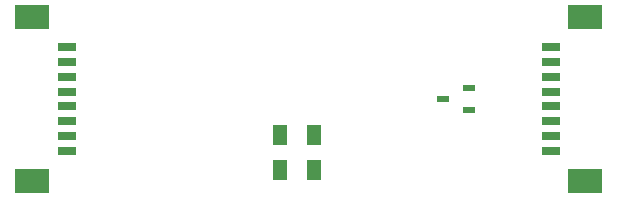
<source format=gbr>
G04 EAGLE Gerber X2 export*
%TF.Part,Single*%
%TF.FileFunction,Paste,Top*%
%TF.FilePolarity,Positive*%
%TF.GenerationSoftware,Autodesk,EAGLE,9.1.0*%
%TF.CreationDate,2020-06-24T00:01:39Z*%
G75*
%MOMM*%
%FSLAX34Y34*%
%LPD*%
%AMOC8*
5,1,8,0,0,1.08239X$1,22.5*%
G01*
%ADD10R,1.050000X0.600000*%
%ADD11R,1.600000X0.800000*%
%ADD12R,3.000000X2.100000*%
%ADD13R,1.160000X1.680000*%


D10*
X471000Y135500D03*
X471000Y154500D03*
X449000Y145000D03*
D11*
X539960Y101250D03*
X539960Y113750D03*
X539960Y126250D03*
X539960Y138750D03*
X539960Y151250D03*
X539960Y163750D03*
X539960Y176250D03*
X539960Y188750D03*
D12*
X568960Y214250D03*
X568960Y75750D03*
D11*
X130040Y188750D03*
X130040Y176250D03*
X130040Y163750D03*
X130040Y151250D03*
X130040Y138750D03*
X130040Y126250D03*
X130040Y113750D03*
X130040Y101250D03*
D12*
X101040Y75750D03*
X101040Y214250D03*
D13*
X310250Y85000D03*
X339750Y85000D03*
X339750Y115000D03*
X310250Y115000D03*
M02*

</source>
